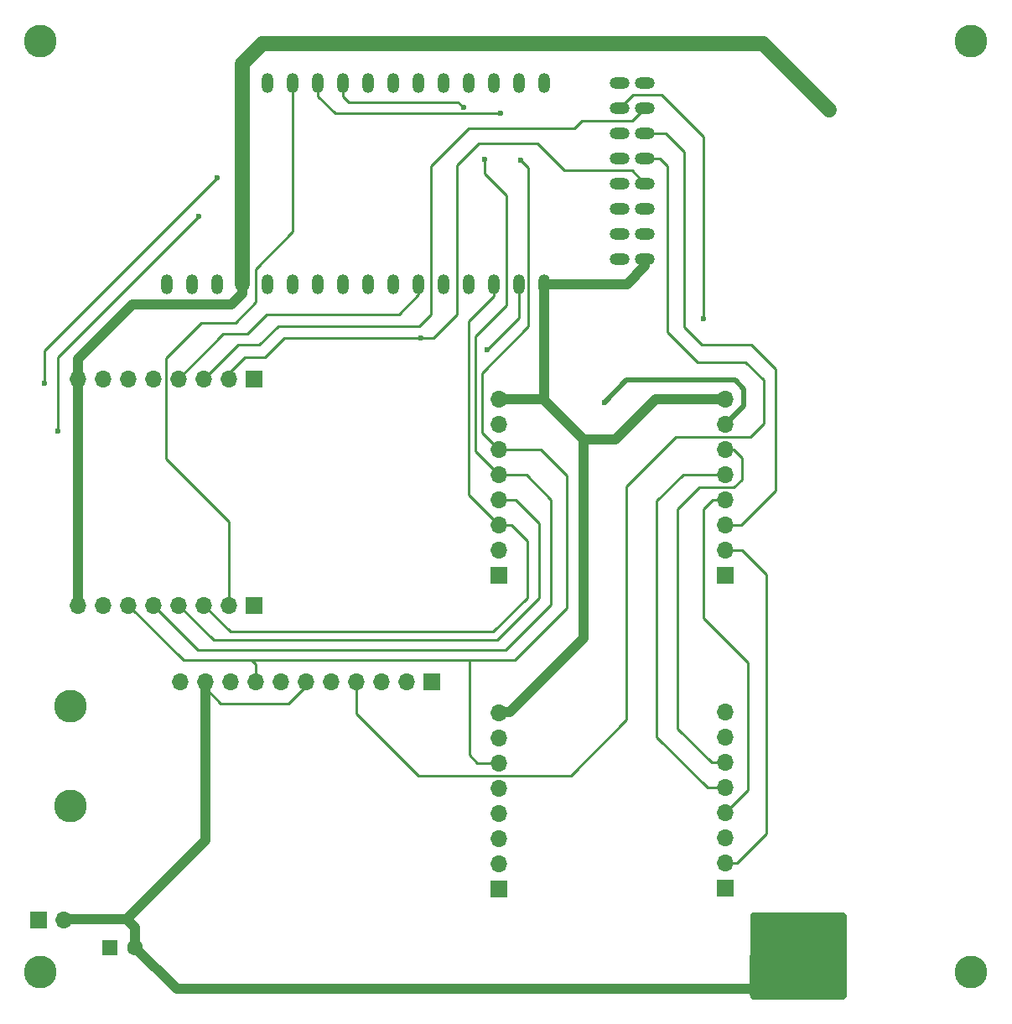
<source format=gbr>
G04 #@! TF.GenerationSoftware,KiCad,Pcbnew,5.1.9-73d0e3b20d~88~ubuntu20.04.1*
G04 #@! TF.CreationDate,2021-03-19T21:26:38+02:00*
G04 #@! TF.ProjectId,QuickFeather-Enviroment-Monitor,51756963-6b46-4656-9174-6865722d456e,rev?*
G04 #@! TF.SameCoordinates,Original*
G04 #@! TF.FileFunction,Copper,L2,Bot*
G04 #@! TF.FilePolarity,Positive*
%FSLAX46Y46*%
G04 Gerber Fmt 4.6, Leading zero omitted, Abs format (unit mm)*
G04 Created by KiCad (PCBNEW 5.1.9-73d0e3b20d~88~ubuntu20.04.1) date 2021-03-19 21:26:38*
%MOMM*%
%LPD*%
G01*
G04 APERTURE LIST*
G04 #@! TA.AperFunction,ComponentPad*
%ADD10O,2.000000X1.200000*%
G04 #@! TD*
G04 #@! TA.AperFunction,ComponentPad*
%ADD11O,1.200000X2.000000*%
G04 #@! TD*
G04 #@! TA.AperFunction,ComponentPad*
%ADD12O,1.700000X1.700000*%
G04 #@! TD*
G04 #@! TA.AperFunction,ComponentPad*
%ADD13R,1.700000X1.700000*%
G04 #@! TD*
G04 #@! TA.AperFunction,ComponentPad*
%ADD14C,3.302000*%
G04 #@! TD*
G04 #@! TA.AperFunction,ComponentPad*
%ADD15C,1.600000*%
G04 #@! TD*
G04 #@! TA.AperFunction,ComponentPad*
%ADD16R,1.600000X1.600000*%
G04 #@! TD*
G04 #@! TA.AperFunction,ViaPad*
%ADD17C,0.800000*%
G04 #@! TD*
G04 #@! TA.AperFunction,ViaPad*
%ADD18C,0.600000*%
G04 #@! TD*
G04 #@! TA.AperFunction,Conductor*
%ADD19C,1.000000*%
G04 #@! TD*
G04 #@! TA.AperFunction,Conductor*
%ADD20C,0.250000*%
G04 #@! TD*
G04 #@! TA.AperFunction,Conductor*
%ADD21C,1.500000*%
G04 #@! TD*
G04 #@! TA.AperFunction,Conductor*
%ADD22C,0.500000*%
G04 #@! TD*
G04 #@! TA.AperFunction,Conductor*
%ADD23C,0.100000*%
G04 #@! TD*
G04 APERTURE END LIST*
D10*
X91540000Y-37200000D03*
X94080000Y-39740000D03*
X94080000Y-37200000D03*
X91540000Y-39740000D03*
X91540000Y-42280000D03*
X94080000Y-44820000D03*
X94080000Y-42280000D03*
X91540000Y-44820000D03*
X91540000Y-47360000D03*
X94080000Y-49900000D03*
X94080000Y-47360000D03*
X91540000Y-49900000D03*
X94080000Y-54980000D03*
X94080000Y-52440000D03*
X91540000Y-54980000D03*
X91540000Y-52440000D03*
D11*
X76300000Y-37200000D03*
X83920000Y-37200000D03*
X68680000Y-37200000D03*
X73760000Y-37200000D03*
X71220000Y-37200000D03*
X81380000Y-37200000D03*
X66140000Y-37200000D03*
X58520000Y-37200000D03*
X61060000Y-37200000D03*
X78840000Y-37200000D03*
X63600000Y-37200000D03*
X55980000Y-37200000D03*
X83920000Y-57520000D03*
X81380000Y-57520000D03*
X78840000Y-57520000D03*
X76300000Y-57520000D03*
X73760000Y-57520000D03*
X71220000Y-57520000D03*
X68680000Y-57520000D03*
X66140000Y-57520000D03*
X63600000Y-57520000D03*
X61060000Y-57520000D03*
X58520000Y-57520000D03*
X55980000Y-57520000D03*
X53440000Y-57520000D03*
X50900000Y-57520000D03*
X48360000Y-57520000D03*
X45820000Y-57520000D03*
D12*
X46994000Y-89942000D03*
X44454000Y-89942000D03*
X52074000Y-89942000D03*
X41914000Y-89942000D03*
X39374000Y-89942000D03*
X36834000Y-89942000D03*
D13*
X54614000Y-89942000D03*
D12*
X49534000Y-89942000D03*
X36834000Y-67082000D03*
X39374000Y-67082000D03*
X41914000Y-67082000D03*
X44454000Y-67082000D03*
X46994000Y-67082000D03*
X49534000Y-67082000D03*
X52074000Y-67082000D03*
D13*
X54614000Y-67082000D03*
D12*
X79308000Y-110944000D03*
X79308000Y-108404000D03*
X79308000Y-116024000D03*
X79308000Y-105864000D03*
X79308000Y-103324000D03*
X79308000Y-100784000D03*
D13*
X79308000Y-118564000D03*
D12*
X79308000Y-113484000D03*
X102168000Y-100764000D03*
X102168000Y-103304000D03*
X102168000Y-105844000D03*
X102168000Y-108384000D03*
X102168000Y-110924000D03*
X102168000Y-113464000D03*
X102168000Y-116004000D03*
D13*
X102168000Y-118544000D03*
D12*
X79308000Y-79344000D03*
X79308000Y-76804000D03*
X79308000Y-84424000D03*
X79308000Y-74264000D03*
X79308000Y-71724000D03*
X79308000Y-69184000D03*
D13*
X79308000Y-86964000D03*
D12*
X79308000Y-81884000D03*
X102168000Y-69164000D03*
X102168000Y-71704000D03*
X102168000Y-74244000D03*
X102168000Y-76784000D03*
X102168000Y-79324000D03*
X102168000Y-81864000D03*
X102168000Y-84404000D03*
D13*
X102168000Y-86944000D03*
D14*
X36014000Y-110176000D03*
X36014000Y-100176000D03*
D15*
X42560000Y-124500000D03*
D16*
X40060000Y-124500000D03*
D12*
X35390000Y-121730000D03*
D13*
X32850000Y-121730000D03*
X72500000Y-97700000D03*
D12*
X69960000Y-97700000D03*
X67420000Y-97700000D03*
X64880000Y-97700000D03*
X62340000Y-97700000D03*
X59800000Y-97700000D03*
X57260000Y-97700000D03*
X54720000Y-97700000D03*
X52180000Y-97700000D03*
X49640000Y-97700000D03*
X47100000Y-97700000D03*
D14*
X33014000Y-126976000D03*
X127014000Y-126976000D03*
X127014000Y-32976000D03*
X33014000Y-32976000D03*
D17*
X111490000Y-124470000D03*
D18*
X112680000Y-39960000D03*
D17*
X105200000Y-122489999D03*
X111389998Y-128670000D03*
X113420000Y-124460000D03*
X113390000Y-126190000D03*
X111530000Y-126210000D03*
D18*
X50839998Y-46770002D03*
X33400000Y-67550000D03*
X99940000Y-61030000D03*
X49020000Y-50670000D03*
X34800000Y-72340000D03*
X71440000Y-62959998D03*
X81500000Y-45029998D03*
X77870000Y-44950000D03*
X79510000Y-40290000D03*
X75740000Y-39715000D03*
X78160000Y-64140000D03*
X89960000Y-69460000D03*
D19*
X36834000Y-67082000D02*
X36834000Y-89942000D01*
D20*
X49640000Y-98280000D02*
X49640000Y-97700000D01*
X58050000Y-99860000D02*
X51220000Y-99860000D01*
X51220000Y-99860000D02*
X49640000Y-98280000D01*
X59800000Y-98110000D02*
X58050000Y-99860000D01*
X59800000Y-97700000D02*
X59800000Y-98110000D01*
D21*
X55450000Y-33240000D02*
X105960000Y-33240000D01*
X105960000Y-33240000D02*
X112680000Y-39960000D01*
X53440000Y-57520000D02*
X53440000Y-35250000D01*
X53440000Y-35250000D02*
X55450000Y-33240000D01*
D19*
X79328000Y-69164000D02*
X81914000Y-69164000D01*
X79308000Y-69184000D02*
X79328000Y-69164000D01*
X83816000Y-69164000D02*
X81914000Y-69164000D01*
X83920000Y-69060000D02*
X83816000Y-69164000D01*
X83920000Y-57520000D02*
X83920000Y-69060000D01*
X79328000Y-100764000D02*
X79308000Y-100784000D01*
X80446000Y-100764000D02*
X79328000Y-100764000D01*
X87890000Y-93320000D02*
X80446000Y-100764000D01*
X87890000Y-73220000D02*
X87890000Y-93320000D01*
X83834000Y-69164000D02*
X87890000Y-73220000D01*
X81914000Y-69164000D02*
X83834000Y-69164000D01*
X102168000Y-69164000D02*
X95136000Y-69164000D01*
X91080000Y-73220000D02*
X87890000Y-73220000D01*
X95136000Y-69164000D02*
X91080000Y-73220000D01*
X42300000Y-59620000D02*
X36834000Y-65086000D01*
X52310000Y-59620000D02*
X42300000Y-59620000D01*
X36834000Y-65086000D02*
X36834000Y-67082000D01*
X53440000Y-58490000D02*
X52310000Y-59620000D01*
X53440000Y-57520000D02*
X53440000Y-58490000D01*
X92240000Y-57520000D02*
X83920000Y-57520000D01*
X94080000Y-55680000D02*
X92240000Y-57520000D01*
X94080000Y-54980000D02*
X94080000Y-55680000D01*
X49640000Y-113700000D02*
X41720000Y-121620000D01*
X49640000Y-97700000D02*
X49640000Y-113700000D01*
X35500000Y-121620000D02*
X35390000Y-121730000D01*
X41720000Y-121620000D02*
X35500000Y-121620000D01*
X42560000Y-122460000D02*
X41720000Y-121620000D01*
X42560000Y-124500000D02*
X42560000Y-122460000D01*
X46760000Y-128700000D02*
X42560000Y-124500000D01*
X46860000Y-128700000D02*
X46760000Y-128700000D01*
X46900000Y-128660000D02*
X46860000Y-128700000D01*
X105550000Y-128660000D02*
X46900000Y-128660000D01*
X105560000Y-128670000D02*
X105550000Y-128660000D01*
D20*
X100354000Y-108384000D02*
X102168000Y-108384000D01*
X95260000Y-79420000D02*
X95260000Y-103290000D01*
X95260000Y-103290000D02*
X100354000Y-108384000D01*
X97896000Y-76784000D02*
X95260000Y-79420000D01*
X102168000Y-76784000D02*
X97896000Y-76784000D01*
X100794000Y-105844000D02*
X102168000Y-105844000D01*
X97340000Y-80230000D02*
X97340000Y-102390000D01*
X97340000Y-102390000D02*
X100794000Y-105844000D01*
X99510000Y-78060000D02*
X97340000Y-80230000D01*
X103050000Y-78060000D02*
X99510000Y-78060000D01*
X103850000Y-77260000D02*
X103050000Y-78060000D01*
X103850000Y-75070000D02*
X103850000Y-77260000D01*
X103024000Y-74244000D02*
X103850000Y-75070000D01*
X102168000Y-74244000D02*
X103024000Y-74244000D01*
X104490000Y-95770000D02*
X104490000Y-108602000D01*
X99950000Y-80240000D02*
X99950000Y-91230000D01*
X99950000Y-91230000D02*
X104490000Y-95770000D01*
X100866000Y-79324000D02*
X99950000Y-80240000D01*
X104490000Y-108602000D02*
X102168000Y-110924000D01*
X102168000Y-79324000D02*
X100866000Y-79324000D01*
X51486000Y-62590000D02*
X46994000Y-67082000D01*
X53870000Y-62590000D02*
X51486000Y-62590000D01*
X55880000Y-60580000D02*
X53870000Y-62590000D01*
X69250000Y-60580000D02*
X55880000Y-60580000D01*
X71220000Y-58610000D02*
X69250000Y-60580000D01*
X71220000Y-57520000D02*
X71220000Y-58610000D01*
X33400000Y-64210000D02*
X33400000Y-67550000D01*
X50839998Y-46770002D02*
X33400000Y-64210000D01*
X55120000Y-63680000D02*
X52936000Y-63680000D01*
X71260000Y-61800000D02*
X57000000Y-61800000D01*
X72470000Y-60590000D02*
X71260000Y-61800000D01*
X72470000Y-45620000D02*
X72470000Y-60590000D01*
X52936000Y-63680000D02*
X49534000Y-67082000D01*
X76250000Y-41840000D02*
X72470000Y-45620000D01*
X86890000Y-41840000D02*
X76250000Y-41840000D01*
X57000000Y-61800000D02*
X55120000Y-63680000D01*
X87700000Y-41030000D02*
X86890000Y-41840000D01*
X92790000Y-41030000D02*
X87700000Y-41030000D01*
X94080000Y-39740000D02*
X92790000Y-41030000D01*
X91540000Y-39740000D02*
X92840000Y-38440000D01*
X92840000Y-38440000D02*
X95690000Y-38440000D01*
X95690000Y-38440000D02*
X99940000Y-42690000D01*
X99940000Y-42690000D02*
X99940000Y-61030000D01*
X92210000Y-101500000D02*
X86570000Y-107140000D01*
X95540000Y-44820000D02*
X96330000Y-45610000D01*
X96330000Y-45610000D02*
X96330000Y-62360000D01*
X96330000Y-62360000D02*
X99380000Y-65410000D01*
X104730000Y-72980000D02*
X97190000Y-72980000D01*
X71140000Y-107140000D02*
X64880000Y-100880000D01*
X99380000Y-65410000D02*
X104230000Y-65410000D01*
X104230000Y-65410000D02*
X106060000Y-67240000D01*
X86570000Y-107140000D02*
X71140000Y-107140000D01*
X106060000Y-67240000D02*
X106060000Y-71650000D01*
X64880000Y-100880000D02*
X64880000Y-97700000D01*
X94080000Y-44820000D02*
X95540000Y-44820000D01*
X97190000Y-72980000D02*
X92210000Y-77960000D01*
X106060000Y-71650000D02*
X104730000Y-72980000D01*
X92210000Y-77960000D02*
X92210000Y-101500000D01*
X107230000Y-78380000D02*
X103746000Y-81864000D01*
X107230000Y-66080000D02*
X107230000Y-78380000D01*
X104810000Y-63660000D02*
X107230000Y-66080000D01*
X99780000Y-63660000D02*
X104810000Y-63660000D01*
X98010000Y-61890000D02*
X99780000Y-63660000D01*
X98010000Y-44150000D02*
X98010000Y-61890000D01*
X103746000Y-81864000D02*
X102168000Y-81864000D01*
X96140000Y-42280000D02*
X98010000Y-44150000D01*
X94080000Y-42280000D02*
X96140000Y-42280000D01*
X49020000Y-50670000D02*
X34800000Y-64890000D01*
X34800000Y-64890000D02*
X34800000Y-72340000D01*
X57630002Y-62959998D02*
X71440000Y-62959998D01*
X55660000Y-64930000D02*
X57630002Y-62959998D01*
X53640000Y-64930000D02*
X55660000Y-64930000D01*
X52074000Y-66496000D02*
X53640000Y-64930000D01*
X52074000Y-67082000D02*
X52074000Y-66496000D01*
X72740002Y-62959998D02*
X71440000Y-62959998D01*
X75100000Y-45550000D02*
X75100000Y-60600000D01*
X75100000Y-60600000D02*
X72740002Y-62959998D01*
X77280000Y-43370000D02*
X75100000Y-45550000D01*
X83240000Y-43370000D02*
X77280000Y-43370000D01*
X85920000Y-46050000D02*
X83240000Y-43370000D01*
X92770000Y-46050000D02*
X85920000Y-46050000D01*
X94080000Y-47360000D02*
X92770000Y-46050000D01*
X106310000Y-113010000D02*
X103316000Y-116004000D01*
X106310000Y-86880000D02*
X106310000Y-113010000D01*
X103316000Y-116004000D02*
X102168000Y-116004000D01*
X103834000Y-84404000D02*
X106310000Y-86880000D01*
X102168000Y-84404000D02*
X103834000Y-84404000D01*
X41914000Y-89942000D02*
X47462000Y-95490000D01*
X54720000Y-95920000D02*
X54290000Y-95490000D01*
X54720000Y-97700000D02*
X54720000Y-95920000D01*
X47462000Y-95490000D02*
X54290000Y-95490000D01*
X83564000Y-74264000D02*
X79308000Y-74264000D01*
X86190000Y-90250000D02*
X86190000Y-76890000D01*
X86190000Y-76890000D02*
X83564000Y-74264000D01*
X80950000Y-95490000D02*
X84050000Y-92390000D01*
X84050000Y-92390000D02*
X86190000Y-90250000D01*
X79308000Y-105864000D02*
X77104000Y-105864000D01*
X76310000Y-105070000D02*
X76310000Y-95490000D01*
X76310000Y-95490000D02*
X80950000Y-95490000D01*
X77104000Y-105864000D02*
X76310000Y-105070000D01*
X54290000Y-95490000D02*
X76310000Y-95490000D01*
X82289999Y-45819997D02*
X81500000Y-45029998D01*
X82289999Y-61810001D02*
X82289999Y-45819997D01*
X77610000Y-66490000D02*
X82289999Y-61810001D01*
X77610000Y-72566000D02*
X77610000Y-66490000D01*
X79308000Y-74264000D02*
X77610000Y-72566000D01*
X82074000Y-76804000D02*
X79308000Y-76804000D01*
X84590000Y-79320000D02*
X82074000Y-76804000D01*
X84590000Y-89860000D02*
X84590000Y-79320000D01*
X80010000Y-94440000D02*
X84590000Y-89860000D01*
X48952000Y-94440000D02*
X80010000Y-94440000D01*
X44454000Y-89942000D02*
X48952000Y-94440000D01*
X80060000Y-48590000D02*
X77870000Y-46400000D01*
X77870000Y-46400000D02*
X77870000Y-44950000D01*
X76910000Y-62800000D02*
X80060000Y-59650000D01*
X76910000Y-74406000D02*
X76910000Y-62800000D01*
X80060000Y-59650000D02*
X80060000Y-48590000D01*
X79308000Y-76804000D02*
X76910000Y-74406000D01*
X52074000Y-81554000D02*
X52074000Y-89942000D01*
X45720000Y-75200000D02*
X52074000Y-81554000D01*
X45720000Y-64980000D02*
X45720000Y-75200000D01*
X52680000Y-61470000D02*
X49230000Y-61470000D01*
X54790000Y-59360000D02*
X52680000Y-61470000D01*
X54790000Y-55990000D02*
X54790000Y-59360000D01*
X49230000Y-61470000D02*
X45720000Y-64980000D01*
X58520000Y-52260000D02*
X54790000Y-55990000D01*
X58520000Y-37200000D02*
X58520000Y-52260000D01*
X61060000Y-38560000D02*
X61060000Y-37200000D01*
X62790000Y-40290000D02*
X61060000Y-38560000D01*
X79510000Y-40290000D02*
X62790000Y-40290000D01*
X63600000Y-38630000D02*
X63600000Y-37200000D01*
X64140000Y-39170000D02*
X63600000Y-38630000D01*
X75195000Y-39170000D02*
X64140000Y-39170000D01*
X75740000Y-39715000D02*
X75195000Y-39170000D01*
X46994000Y-89942000D02*
X50492000Y-93440000D01*
X50492000Y-93440000D02*
X79140000Y-93440000D01*
X79140000Y-93440000D02*
X83330000Y-89250000D01*
X83330000Y-89250000D02*
X83330000Y-81710000D01*
X80964000Y-79344000D02*
X79308000Y-79344000D01*
X83330000Y-81710000D02*
X80964000Y-79344000D01*
X81380000Y-60920000D02*
X81380000Y-57520000D01*
X78160000Y-64140000D02*
X81380000Y-60920000D01*
X80574000Y-81884000D02*
X79308000Y-81884000D01*
X82160000Y-83470000D02*
X80574000Y-81884000D01*
X82160000Y-89210000D02*
X82160000Y-83470000D01*
X78725496Y-92644504D02*
X82160000Y-89210000D01*
X52236504Y-92644504D02*
X78725496Y-92644504D01*
X49534000Y-89942000D02*
X52236504Y-92644504D01*
X76254830Y-61295170D02*
X78840000Y-58710000D01*
X78840000Y-58710000D02*
X78840000Y-57520000D01*
X76254830Y-78830830D02*
X76254830Y-61295170D01*
X79308000Y-81884000D02*
X76254830Y-78830830D01*
D22*
X103150000Y-67220000D02*
X92200000Y-67220000D01*
X102168000Y-71704000D02*
X104040000Y-69832000D01*
X104040000Y-69832000D02*
X104040000Y-68110000D01*
X104040000Y-68110000D02*
X103150000Y-67220000D01*
X92200000Y-67220000D02*
X89960000Y-69460000D01*
D23*
X114016357Y-120965750D02*
X114124786Y-121010663D01*
X114217893Y-121082107D01*
X114289337Y-121175214D01*
X114334250Y-121283643D01*
X114350000Y-121403275D01*
X114350000Y-129266208D01*
X114334229Y-129385922D01*
X114289262Y-129494405D01*
X114217729Y-129587545D01*
X114124520Y-129658978D01*
X114015985Y-129703838D01*
X113896264Y-129719486D01*
X105103951Y-129710514D01*
X104984238Y-129694617D01*
X104875789Y-129649527D01*
X104782716Y-129577883D01*
X104711377Y-129484575D01*
X104666641Y-129375977D01*
X104651137Y-129256218D01*
X104668867Y-121402258D01*
X104684842Y-121282824D01*
X104729872Y-121174631D01*
X104801338Y-121081747D01*
X104894379Y-121010492D01*
X105002681Y-120965704D01*
X105122142Y-120950000D01*
X113896725Y-120950000D01*
X114016357Y-120965750D01*
G04 #@! TA.AperFunction,Conductor*
G36*
X114016357Y-120965750D02*
G01*
X114124786Y-121010663D01*
X114217893Y-121082107D01*
X114289337Y-121175214D01*
X114334250Y-121283643D01*
X114350000Y-121403275D01*
X114350000Y-129266208D01*
X114334229Y-129385922D01*
X114289262Y-129494405D01*
X114217729Y-129587545D01*
X114124520Y-129658978D01*
X114015985Y-129703838D01*
X113896264Y-129719486D01*
X105103951Y-129710514D01*
X104984238Y-129694617D01*
X104875789Y-129649527D01*
X104782716Y-129577883D01*
X104711377Y-129484575D01*
X104666641Y-129375977D01*
X104651137Y-129256218D01*
X104668867Y-121402258D01*
X104684842Y-121282824D01*
X104729872Y-121174631D01*
X104801338Y-121081747D01*
X104894379Y-121010492D01*
X105002681Y-120965704D01*
X105122142Y-120950000D01*
X113896725Y-120950000D01*
X114016357Y-120965750D01*
G37*
G04 #@! TD.AperFunction*
M02*

</source>
